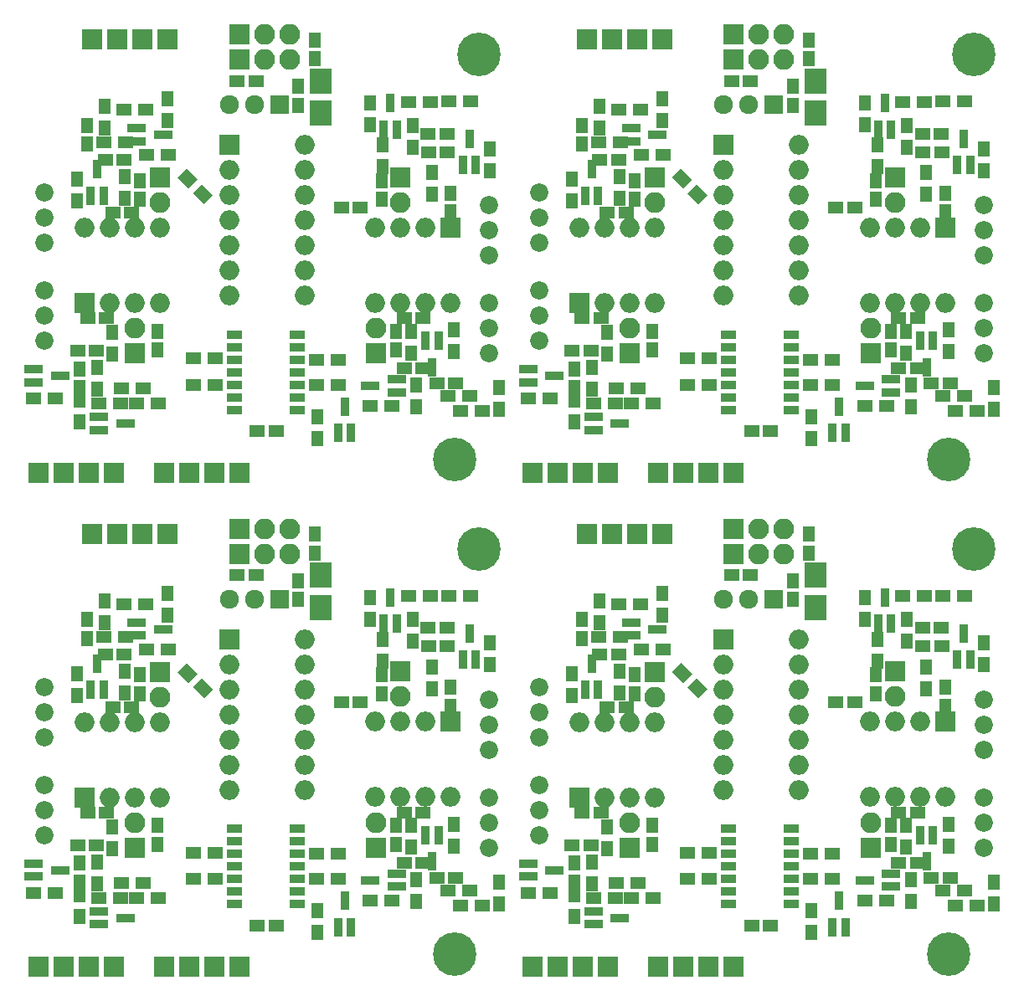
<source format=gbr>
G04 #@! TF.FileFunction,Soldermask,Top*
%FSLAX46Y46*%
G04 Gerber Fmt 4.6, Leading zero omitted, Abs format (unit mm)*
G04 Created by KiCad (PCBNEW 4.0.6) date 07/25/17 21:38:10*
%MOMM*%
%LPD*%
G01*
G04 APERTURE LIST*
%ADD10C,0.100000*%
%ADD11R,2.200000X2.550000*%
%ADD12R,0.850000X1.900000*%
%ADD13R,1.300000X1.600000*%
%ADD14R,1.600000X1.300000*%
%ADD15R,1.600000X1.150000*%
%ADD16R,2.100000X2.100000*%
%ADD17O,2.100000X2.100000*%
%ADD18R,2.000000X2.000000*%
%ADD19O,2.000000X2.000000*%
%ADD20R,1.150000X1.600000*%
%ADD21C,1.840000*%
%ADD22C,4.400000*%
%ADD23R,1.900000X0.850000*%
%ADD24C,1.920000*%
%ADD25R,1.920000X1.920000*%
%ADD26R,1.543000X0.908000*%
G04 APERTURE END LIST*
D10*
D11*
X108340000Y-95357000D03*
X108340000Y-92107000D03*
X58340000Y-95357000D03*
X58340000Y-92107000D03*
X108340000Y-45357000D03*
X108340000Y-42107000D03*
D12*
X114710000Y-97008000D03*
X116010000Y-97008000D03*
X115360000Y-94348000D03*
X64710000Y-97008000D03*
X66010000Y-97008000D03*
X65360000Y-94348000D03*
X114710000Y-47008000D03*
X116010000Y-47008000D03*
X115360000Y-44348000D03*
D13*
X114610000Y-98578000D03*
X114610000Y-100778000D03*
X64610000Y-98578000D03*
X64610000Y-100778000D03*
X114610000Y-48578000D03*
X114610000Y-50778000D03*
X113360000Y-94328000D03*
X113360000Y-96528000D03*
X63360000Y-94328000D03*
X63360000Y-96528000D03*
X113360000Y-44328000D03*
X113360000Y-46528000D03*
X117610000Y-98778000D03*
X117610000Y-96578000D03*
X67610000Y-98778000D03*
X67610000Y-96578000D03*
X117610000Y-48778000D03*
X117610000Y-46578000D03*
D14*
X119392000Y-94212000D03*
X117192000Y-94212000D03*
X69392000Y-94212000D03*
X67192000Y-94212000D03*
X119392000Y-44212000D03*
X117192000Y-44212000D03*
D15*
X121147000Y-99292000D03*
X119247000Y-99292000D03*
X71147000Y-99292000D03*
X69247000Y-99292000D03*
X121147000Y-49292000D03*
X119247000Y-49292000D03*
D16*
X116387000Y-101832000D03*
D17*
X116387000Y-104372000D03*
D16*
X66387000Y-101832000D03*
D17*
X66387000Y-104372000D03*
D16*
X116387000Y-51832000D03*
D17*
X116387000Y-54372000D03*
D18*
X121467000Y-106912000D03*
D19*
X113847000Y-114532000D03*
X118927000Y-106912000D03*
X116387000Y-114532000D03*
X116387000Y-106912000D03*
X118927000Y-114532000D03*
X113847000Y-106912000D03*
X121467000Y-114532000D03*
D18*
X71467000Y-106912000D03*
D19*
X63847000Y-114532000D03*
X68927000Y-106912000D03*
X66387000Y-114532000D03*
X66387000Y-106912000D03*
X68927000Y-114532000D03*
X63847000Y-106912000D03*
X71467000Y-114532000D03*
D18*
X121467000Y-56912000D03*
D19*
X113847000Y-64532000D03*
X118927000Y-56912000D03*
X116387000Y-64532000D03*
X116387000Y-56912000D03*
X118927000Y-64532000D03*
X113847000Y-56912000D03*
X121467000Y-64532000D03*
D13*
X119562000Y-103567000D03*
X119562000Y-101367000D03*
X69562000Y-103567000D03*
X69562000Y-101367000D03*
X119562000Y-53567000D03*
X119562000Y-51367000D03*
D20*
X121467000Y-105322000D03*
X121467000Y-103422000D03*
X71467000Y-105322000D03*
X71467000Y-103422000D03*
X121467000Y-55322000D03*
X121467000Y-53422000D03*
X114482000Y-104052000D03*
X114482000Y-102152000D03*
X64482000Y-104052000D03*
X64482000Y-102152000D03*
X114482000Y-54052000D03*
X114482000Y-52152000D03*
D15*
X110438000Y-104908000D03*
X112338000Y-104908000D03*
X60438000Y-104908000D03*
X62338000Y-104908000D03*
X110438000Y-54908000D03*
X112338000Y-54908000D03*
D21*
X125358000Y-104654000D03*
X125358000Y-107194000D03*
X125358000Y-109734000D03*
X75358000Y-104654000D03*
X75358000Y-107194000D03*
X75358000Y-109734000D03*
X125358000Y-54654000D03*
X125358000Y-57194000D03*
X125358000Y-59734000D03*
D16*
X113928000Y-119640000D03*
D17*
X113928000Y-117100000D03*
D16*
X63928000Y-119640000D03*
D17*
X63928000Y-117100000D03*
D16*
X113928000Y-69640000D03*
D17*
X113928000Y-67100000D03*
D21*
X125358000Y-114560000D03*
X125358000Y-117100000D03*
X125358000Y-119640000D03*
X75358000Y-114560000D03*
X75358000Y-117100000D03*
X75358000Y-119640000D03*
X125358000Y-64560000D03*
X125358000Y-67100000D03*
X125358000Y-69640000D03*
D20*
X115960000Y-117420000D03*
X115960000Y-119320000D03*
X65960000Y-117420000D03*
X65960000Y-119320000D03*
X115960000Y-67420000D03*
X115960000Y-69320000D03*
D12*
X120256000Y-118372000D03*
X118956000Y-118372000D03*
X119606000Y-121032000D03*
X70256000Y-118372000D03*
X68956000Y-118372000D03*
X69606000Y-121032000D03*
X120256000Y-68372000D03*
X118956000Y-68372000D03*
X119606000Y-71032000D03*
D13*
X121802000Y-119470000D03*
X121802000Y-117270000D03*
X71802000Y-119470000D03*
X71802000Y-117270000D03*
X121802000Y-69470000D03*
X121802000Y-67270000D03*
X117484000Y-117397000D03*
X117484000Y-119597000D03*
X67484000Y-117397000D03*
X67484000Y-119597000D03*
X117484000Y-67397000D03*
X117484000Y-69597000D03*
D15*
X118688000Y-121164000D03*
X116788000Y-121164000D03*
X68688000Y-121164000D03*
X66788000Y-121164000D03*
X118688000Y-71164000D03*
X116788000Y-71164000D03*
X118688000Y-116084000D03*
X116788000Y-116084000D03*
X68688000Y-116084000D03*
X66788000Y-116084000D03*
X118688000Y-66084000D03*
X116788000Y-66084000D03*
D13*
X126374000Y-123112000D03*
X126374000Y-125312000D03*
X76374000Y-123112000D03*
X76374000Y-125312000D03*
X126374000Y-73112000D03*
X126374000Y-75312000D03*
D15*
X121990000Y-122688000D03*
X120090000Y-122688000D03*
X71990000Y-122688000D03*
X70090000Y-122688000D03*
X121990000Y-72688000D03*
X120090000Y-72688000D03*
D14*
X123410000Y-123958000D03*
X121210000Y-123958000D03*
X73410000Y-123958000D03*
X71210000Y-123958000D03*
X123410000Y-73958000D03*
X121210000Y-73958000D03*
X124680000Y-125482000D03*
X122480000Y-125482000D03*
X74680000Y-125482000D03*
X72480000Y-125482000D03*
X124680000Y-75482000D03*
X122480000Y-75482000D03*
D22*
X121842000Y-130414000D03*
X71842000Y-130414000D03*
X121842000Y-80414000D03*
D13*
X107959000Y-126033000D03*
X107959000Y-128233000D03*
X57959000Y-126033000D03*
X57959000Y-128233000D03*
X107959000Y-76033000D03*
X107959000Y-78233000D03*
D14*
X107875000Y-120275000D03*
X110075000Y-120275000D03*
X57875000Y-120275000D03*
X60075000Y-120275000D03*
X107875000Y-70275000D03*
X110075000Y-70275000D03*
D12*
X110103000Y-127701000D03*
X111403000Y-127701000D03*
X110753000Y-125041000D03*
X60103000Y-127701000D03*
X61403000Y-127701000D03*
X60753000Y-125041000D03*
X110103000Y-77701000D03*
X111403000Y-77701000D03*
X110753000Y-75041000D03*
D14*
X115536000Y-124974000D03*
X113336000Y-124974000D03*
X65536000Y-124974000D03*
X63336000Y-124974000D03*
X115536000Y-74974000D03*
X113336000Y-74974000D03*
X107875000Y-122815000D03*
X110075000Y-122815000D03*
X57875000Y-122815000D03*
X60075000Y-122815000D03*
X107875000Y-72815000D03*
X110075000Y-72815000D03*
D23*
X116020000Y-123592000D03*
X116020000Y-122292000D03*
X113360000Y-122942000D03*
X66020000Y-123592000D03*
X66020000Y-122292000D03*
X63360000Y-122942000D03*
X116020000Y-73592000D03*
X116020000Y-72292000D03*
X113360000Y-72942000D03*
D13*
X117992000Y-125058000D03*
X117992000Y-122858000D03*
X67992000Y-125058000D03*
X67992000Y-122858000D03*
X117992000Y-75058000D03*
X117992000Y-72858000D03*
D22*
X124342000Y-89414000D03*
X74342000Y-89414000D03*
X124342000Y-39414000D03*
D13*
X125404000Y-98954000D03*
X125404000Y-101154000D03*
X75404000Y-98954000D03*
X75404000Y-101154000D03*
X125404000Y-48954000D03*
X125404000Y-51154000D03*
D12*
X122722000Y-100622000D03*
X124022000Y-100622000D03*
X123372000Y-97962000D03*
X72722000Y-100622000D03*
X74022000Y-100622000D03*
X73372000Y-97962000D03*
X122722000Y-50622000D03*
X124022000Y-50622000D03*
X123372000Y-47962000D03*
D15*
X119201000Y-97415000D03*
X121101000Y-97415000D03*
X69201000Y-97415000D03*
X71101000Y-97415000D03*
X119201000Y-47415000D03*
X121101000Y-47415000D03*
D14*
X123460000Y-94178000D03*
X121260000Y-94178000D03*
X73460000Y-94178000D03*
X71260000Y-94178000D03*
X123460000Y-44178000D03*
X121260000Y-44178000D03*
D18*
X99069000Y-98558000D03*
D19*
X106689000Y-113798000D03*
X99069000Y-101098000D03*
X106689000Y-111258000D03*
X99069000Y-103638000D03*
X106689000Y-108718000D03*
X99069000Y-106178000D03*
X106689000Y-106178000D03*
X99069000Y-108718000D03*
X106689000Y-103638000D03*
X99069000Y-111258000D03*
X106689000Y-101098000D03*
X99069000Y-113798000D03*
X106689000Y-98558000D03*
D18*
X49069000Y-98558000D03*
D19*
X56689000Y-113798000D03*
X49069000Y-101098000D03*
X56689000Y-111258000D03*
X49069000Y-103638000D03*
X56689000Y-108718000D03*
X49069000Y-106178000D03*
X56689000Y-106178000D03*
X49069000Y-108718000D03*
X56689000Y-103638000D03*
X49069000Y-111258000D03*
X56689000Y-101098000D03*
X49069000Y-113798000D03*
X56689000Y-98558000D03*
D18*
X99069000Y-48558000D03*
D19*
X106689000Y-63798000D03*
X99069000Y-51098000D03*
X106689000Y-61258000D03*
X99069000Y-53638000D03*
X106689000Y-58718000D03*
X99069000Y-56178000D03*
X106689000Y-56178000D03*
X99069000Y-58718000D03*
X106689000Y-53638000D03*
X99069000Y-61258000D03*
X106689000Y-51098000D03*
X99069000Y-63798000D03*
X106689000Y-48558000D03*
D10*
G36*
X93836878Y-101865117D02*
X94756117Y-100945878D01*
X95887488Y-102077249D01*
X94968249Y-102996488D01*
X93836878Y-101865117D01*
X93836878Y-101865117D01*
G37*
G36*
X95392512Y-103420751D02*
X96311751Y-102501512D01*
X97443122Y-103632883D01*
X96523883Y-104552122D01*
X95392512Y-103420751D01*
X95392512Y-103420751D01*
G37*
G36*
X43836878Y-101865117D02*
X44756117Y-100945878D01*
X45887488Y-102077249D01*
X44968249Y-102996488D01*
X43836878Y-101865117D01*
X43836878Y-101865117D01*
G37*
G36*
X45392512Y-103420751D02*
X46311751Y-102501512D01*
X47443122Y-103632883D01*
X46523883Y-104552122D01*
X45392512Y-103420751D01*
X45392512Y-103420751D01*
G37*
G36*
X93836878Y-51865117D02*
X94756117Y-50945878D01*
X95887488Y-52077249D01*
X94968249Y-52996488D01*
X93836878Y-51865117D01*
X93836878Y-51865117D01*
G37*
G36*
X95392512Y-53420751D02*
X96311751Y-52501512D01*
X97443122Y-53632883D01*
X96523883Y-54552122D01*
X95392512Y-53420751D01*
X95392512Y-53420751D01*
G37*
D16*
X92084000Y-101860000D03*
D17*
X92084000Y-104400000D03*
D16*
X42084000Y-101860000D03*
D17*
X42084000Y-104400000D03*
D16*
X92084000Y-51860000D03*
D17*
X92084000Y-54400000D03*
D13*
X88528000Y-103976000D03*
X88528000Y-101776000D03*
X38528000Y-103976000D03*
X38528000Y-101776000D03*
X88528000Y-53976000D03*
X88528000Y-51776000D03*
D20*
X90052000Y-104080000D03*
X90052000Y-102180000D03*
X40052000Y-104080000D03*
X40052000Y-102180000D03*
X90052000Y-54080000D03*
X90052000Y-52180000D03*
D15*
X87324000Y-105416000D03*
X89224000Y-105416000D03*
X37324000Y-105416000D03*
X39224000Y-105416000D03*
X87324000Y-55416000D03*
X89224000Y-55416000D03*
D12*
X85084000Y-103698000D03*
X86384000Y-103698000D03*
X85734000Y-101038000D03*
X35084000Y-103698000D03*
X36384000Y-103698000D03*
X35734000Y-101038000D03*
X85084000Y-53698000D03*
X86384000Y-53698000D03*
X85734000Y-51038000D03*
D18*
X84464000Y-114560000D03*
D19*
X92084000Y-106940000D03*
X87004000Y-114560000D03*
X89544000Y-106940000D03*
X89544000Y-114560000D03*
X87004000Y-106940000D03*
X92084000Y-114560000D03*
X84464000Y-106940000D03*
D18*
X34464000Y-114560000D03*
D19*
X42084000Y-106940000D03*
X37004000Y-114560000D03*
X39544000Y-106940000D03*
X39544000Y-114560000D03*
X37004000Y-106940000D03*
X42084000Y-114560000D03*
X34464000Y-106940000D03*
D18*
X84464000Y-64560000D03*
D19*
X92084000Y-56940000D03*
X87004000Y-64560000D03*
X89544000Y-56940000D03*
X89544000Y-64560000D03*
X87004000Y-56940000D03*
X92084000Y-64560000D03*
X84464000Y-56940000D03*
D13*
X83702000Y-102030000D03*
X83702000Y-104230000D03*
X33702000Y-102030000D03*
X33702000Y-104230000D03*
X83702000Y-52030000D03*
X83702000Y-54230000D03*
D21*
X80400000Y-108464000D03*
X80400000Y-105924000D03*
X80400000Y-103384000D03*
X30400000Y-108464000D03*
X30400000Y-105924000D03*
X30400000Y-103384000D03*
X80400000Y-58464000D03*
X80400000Y-55924000D03*
X80400000Y-53384000D03*
D16*
X85226000Y-87890000D03*
X35226000Y-87890000D03*
X85226000Y-37890000D03*
X90306000Y-87890000D03*
X40306000Y-87890000D03*
X90306000Y-37890000D03*
X92846000Y-87890000D03*
X42846000Y-87890000D03*
X92846000Y-37890000D03*
X87766000Y-87890000D03*
X37766000Y-87890000D03*
X87766000Y-37890000D03*
D14*
X90644000Y-95002000D03*
X88444000Y-95002000D03*
X40644000Y-95002000D03*
X38444000Y-95002000D03*
X90644000Y-45002000D03*
X88444000Y-45002000D03*
D13*
X86496000Y-96864000D03*
X86496000Y-94664000D03*
X36496000Y-96864000D03*
X36496000Y-94664000D03*
X86496000Y-46864000D03*
X86496000Y-44664000D03*
D20*
X84718000Y-96592000D03*
X84718000Y-98492000D03*
X34718000Y-96592000D03*
X34718000Y-98492000D03*
X84718000Y-46592000D03*
X84718000Y-48492000D03*
D23*
X89738000Y-96892000D03*
X89738000Y-98192000D03*
X92398000Y-97542000D03*
X39738000Y-96892000D03*
X39738000Y-98192000D03*
X42398000Y-97542000D03*
X89738000Y-46892000D03*
X89738000Y-48192000D03*
X92398000Y-47542000D03*
D13*
X92846000Y-93902000D03*
X92846000Y-96102000D03*
X42846000Y-93902000D03*
X42846000Y-96102000D03*
X92846000Y-43902000D03*
X92846000Y-46102000D03*
D14*
X92930000Y-99574000D03*
X90730000Y-99574000D03*
X42930000Y-99574000D03*
X40730000Y-99574000D03*
X92930000Y-49574000D03*
X90730000Y-49574000D03*
D15*
X86562000Y-100082000D03*
X88462000Y-100082000D03*
X36562000Y-100082000D03*
X38462000Y-100082000D03*
X86562000Y-50082000D03*
X88462000Y-50082000D03*
D14*
X86412000Y-98304000D03*
X88612000Y-98304000D03*
X36412000Y-98304000D03*
X38612000Y-98304000D03*
X86412000Y-48304000D03*
X88612000Y-48304000D03*
D24*
X101609000Y-94494000D03*
X99069000Y-94494000D03*
D25*
X104149000Y-94494000D03*
D24*
X51609000Y-94494000D03*
X49069000Y-94494000D03*
D25*
X54149000Y-94494000D03*
D24*
X101609000Y-44494000D03*
X99069000Y-44494000D03*
D25*
X104149000Y-44494000D03*
D20*
X106054000Y-94555000D03*
X106054000Y-92655000D03*
X56054000Y-94555000D03*
X56054000Y-92655000D03*
X106054000Y-44555000D03*
X106054000Y-42655000D03*
D16*
X100085000Y-89922000D03*
D17*
X102625000Y-89922000D03*
X105165000Y-89922000D03*
D16*
X50085000Y-89922000D03*
D17*
X52625000Y-89922000D03*
X55165000Y-89922000D03*
D16*
X100085000Y-39922000D03*
D17*
X102625000Y-39922000D03*
X105165000Y-39922000D03*
D16*
X100085000Y-87382000D03*
D17*
X102625000Y-87382000D03*
X105165000Y-87382000D03*
D16*
X50085000Y-87382000D03*
D17*
X52625000Y-87382000D03*
X55165000Y-87382000D03*
D16*
X100085000Y-37382000D03*
D17*
X102625000Y-37382000D03*
X105165000Y-37382000D03*
D20*
X107705000Y-89856000D03*
X107705000Y-87956000D03*
X57705000Y-89856000D03*
X57705000Y-87956000D03*
X107705000Y-39856000D03*
X107705000Y-37956000D03*
D15*
X99897000Y-92081000D03*
X101797000Y-92081000D03*
X49897000Y-92081000D03*
X51797000Y-92081000D03*
X99897000Y-42081000D03*
X101797000Y-42081000D03*
D16*
X95005000Y-131705000D03*
X45005000Y-131705000D03*
X95005000Y-81705000D03*
X97545000Y-131705000D03*
X47545000Y-131705000D03*
X97545000Y-81705000D03*
D14*
X97629000Y-122815000D03*
X95429000Y-122815000D03*
X47629000Y-122815000D03*
X45429000Y-122815000D03*
X97629000Y-72815000D03*
X95429000Y-72815000D03*
D15*
X101929000Y-127514000D03*
X103829000Y-127514000D03*
X51929000Y-127514000D03*
X53829000Y-127514000D03*
X101929000Y-77514000D03*
X103829000Y-77514000D03*
D16*
X100085000Y-131705000D03*
X50085000Y-131705000D03*
X100085000Y-81705000D03*
D14*
X97629000Y-120148000D03*
X95429000Y-120148000D03*
X47629000Y-120148000D03*
X45429000Y-120148000D03*
X97629000Y-70148000D03*
X95429000Y-70148000D03*
D26*
X99577000Y-117735000D03*
X99577000Y-119005000D03*
X99577000Y-120275000D03*
X99577000Y-121545000D03*
X99577000Y-122815000D03*
X99577000Y-124085000D03*
X99577000Y-125355000D03*
X105927000Y-125355000D03*
X105927000Y-124085000D03*
X105927000Y-121545000D03*
X105927000Y-120275000D03*
X105927000Y-119005000D03*
X105927000Y-117735000D03*
X105927000Y-122815000D03*
X49577000Y-117735000D03*
X49577000Y-119005000D03*
X49577000Y-120275000D03*
X49577000Y-121545000D03*
X49577000Y-122815000D03*
X49577000Y-124085000D03*
X49577000Y-125355000D03*
X55927000Y-125355000D03*
X55927000Y-124085000D03*
X55927000Y-121545000D03*
X55927000Y-120275000D03*
X55927000Y-119005000D03*
X55927000Y-117735000D03*
X55927000Y-122815000D03*
X99577000Y-67735000D03*
X99577000Y-69005000D03*
X99577000Y-70275000D03*
X99577000Y-71545000D03*
X99577000Y-72815000D03*
X99577000Y-74085000D03*
X99577000Y-75355000D03*
X105927000Y-75355000D03*
X105927000Y-74085000D03*
X105927000Y-71545000D03*
X105927000Y-70275000D03*
X105927000Y-69005000D03*
X105927000Y-67735000D03*
X105927000Y-72815000D03*
D16*
X79765000Y-131705000D03*
X29765000Y-131705000D03*
X79765000Y-81705000D03*
D13*
X83956000Y-126582000D03*
X83956000Y-124382000D03*
X33956000Y-126582000D03*
X33956000Y-124382000D03*
X83956000Y-76582000D03*
X83956000Y-74382000D03*
D14*
X81500000Y-124212000D03*
X79300000Y-124212000D03*
X31500000Y-124212000D03*
X29300000Y-124212000D03*
X81500000Y-74212000D03*
X79300000Y-74212000D03*
X88104000Y-124720000D03*
X85904000Y-124720000D03*
X38104000Y-124720000D03*
X35904000Y-124720000D03*
X88104000Y-74720000D03*
X85904000Y-74720000D03*
D16*
X82305000Y-131705000D03*
X32305000Y-131705000D03*
X82305000Y-81705000D03*
X84845000Y-131705000D03*
X34845000Y-131705000D03*
X84845000Y-81705000D03*
D23*
X79324000Y-121276000D03*
X79324000Y-122576000D03*
X81984000Y-121926000D03*
X29324000Y-121276000D03*
X29324000Y-122576000D03*
X31984000Y-121926000D03*
X79324000Y-71276000D03*
X79324000Y-72576000D03*
X81984000Y-71926000D03*
D16*
X92465000Y-131705000D03*
X42465000Y-131705000D03*
X92465000Y-81705000D03*
D14*
X90390000Y-123196000D03*
X88190000Y-123196000D03*
X40390000Y-123196000D03*
X38190000Y-123196000D03*
X90390000Y-73196000D03*
X88190000Y-73196000D03*
D16*
X87385000Y-131705000D03*
X37385000Y-131705000D03*
X87385000Y-81705000D03*
D23*
X85928000Y-126102000D03*
X85928000Y-127402000D03*
X88588000Y-126752000D03*
X35928000Y-126102000D03*
X35928000Y-127402000D03*
X38588000Y-126752000D03*
X85928000Y-76102000D03*
X85928000Y-77402000D03*
X88588000Y-76752000D03*
D14*
X91914000Y-124720000D03*
X89714000Y-124720000D03*
X41914000Y-124720000D03*
X39714000Y-124720000D03*
X91914000Y-74720000D03*
X89714000Y-74720000D03*
D16*
X89544000Y-119640000D03*
D17*
X89544000Y-117100000D03*
D16*
X39544000Y-119640000D03*
D17*
X39544000Y-117100000D03*
D16*
X89544000Y-69640000D03*
D17*
X89544000Y-67100000D03*
D20*
X91830000Y-117420000D03*
X91830000Y-119320000D03*
X41830000Y-117420000D03*
X41830000Y-119320000D03*
X91830000Y-67420000D03*
X91830000Y-69320000D03*
D21*
X80400000Y-118370000D03*
X80400000Y-115830000D03*
X80400000Y-113290000D03*
X30400000Y-118370000D03*
X30400000Y-115830000D03*
X30400000Y-113290000D03*
X80400000Y-68370000D03*
X80400000Y-65830000D03*
X80400000Y-63290000D03*
D13*
X85734000Y-123280000D03*
X85734000Y-121080000D03*
X35734000Y-123280000D03*
X35734000Y-121080000D03*
X85734000Y-73280000D03*
X85734000Y-71080000D03*
X87258000Y-117524000D03*
X87258000Y-119724000D03*
X37258000Y-117524000D03*
X37258000Y-119724000D03*
X87258000Y-67524000D03*
X87258000Y-69724000D03*
D15*
X83768000Y-119386000D03*
X85668000Y-119386000D03*
X33768000Y-119386000D03*
X35668000Y-119386000D03*
X83768000Y-69386000D03*
X85668000Y-69386000D03*
X84784000Y-116084000D03*
X86684000Y-116084000D03*
X34784000Y-116084000D03*
X36684000Y-116084000D03*
X84784000Y-66084000D03*
X86684000Y-66084000D03*
D20*
X83956000Y-123130000D03*
X83956000Y-121230000D03*
X33956000Y-123130000D03*
X33956000Y-121230000D03*
X83956000Y-73130000D03*
X83956000Y-71230000D03*
D22*
X71842000Y-80414000D03*
D13*
X67992000Y-75058000D03*
X67992000Y-72858000D03*
D26*
X49577000Y-67735000D03*
X49577000Y-69005000D03*
X49577000Y-70275000D03*
X49577000Y-71545000D03*
X49577000Y-72815000D03*
X49577000Y-74085000D03*
X49577000Y-75355000D03*
X55927000Y-75355000D03*
X55927000Y-74085000D03*
X55927000Y-71545000D03*
X55927000Y-70275000D03*
X55927000Y-69005000D03*
X55927000Y-67735000D03*
X55927000Y-72815000D03*
D20*
X41830000Y-67420000D03*
X41830000Y-69320000D03*
X40052000Y-54080000D03*
X40052000Y-52180000D03*
D15*
X60438000Y-54908000D03*
X62338000Y-54908000D03*
X34784000Y-66084000D03*
X36684000Y-66084000D03*
X37324000Y-55416000D03*
X39224000Y-55416000D03*
X51929000Y-77514000D03*
X53829000Y-77514000D03*
X49897000Y-42081000D03*
X51797000Y-42081000D03*
D20*
X57705000Y-39856000D03*
X57705000Y-37956000D03*
D15*
X33768000Y-69386000D03*
X35668000Y-69386000D03*
X36562000Y-50082000D03*
X38462000Y-50082000D03*
D20*
X33956000Y-73130000D03*
X33956000Y-71230000D03*
X34718000Y-46592000D03*
X34718000Y-48492000D03*
X56054000Y-44555000D03*
X56054000Y-42655000D03*
X64482000Y-54052000D03*
X64482000Y-52152000D03*
X65960000Y-67420000D03*
X65960000Y-69320000D03*
X71467000Y-55322000D03*
X71467000Y-53422000D03*
D15*
X68688000Y-66084000D03*
X66788000Y-66084000D03*
X71147000Y-49292000D03*
X69247000Y-49292000D03*
X68688000Y-71164000D03*
X66788000Y-71164000D03*
X69201000Y-47415000D03*
X71101000Y-47415000D03*
X71990000Y-72688000D03*
X70090000Y-72688000D03*
D13*
X37258000Y-67524000D03*
X37258000Y-69724000D03*
X38528000Y-53976000D03*
X38528000Y-51776000D03*
D14*
X31500000Y-74212000D03*
X29300000Y-74212000D03*
D13*
X33702000Y-52030000D03*
X33702000Y-54230000D03*
D14*
X47629000Y-72815000D03*
X45429000Y-72815000D03*
X47629000Y-70148000D03*
X45429000Y-70148000D03*
D10*
G36*
X43836878Y-51865117D02*
X44756117Y-50945878D01*
X45887488Y-52077249D01*
X44968249Y-52996488D01*
X43836878Y-51865117D01*
X43836878Y-51865117D01*
G37*
G36*
X45392512Y-53420751D02*
X46311751Y-52501512D01*
X47443122Y-53632883D01*
X46523883Y-54552122D01*
X45392512Y-53420751D01*
X45392512Y-53420751D01*
G37*
D13*
X33956000Y-76582000D03*
X33956000Y-74382000D03*
X36496000Y-46864000D03*
X36496000Y-44664000D03*
D14*
X38104000Y-74720000D03*
X35904000Y-74720000D03*
D13*
X35734000Y-73280000D03*
X35734000Y-71080000D03*
D14*
X40644000Y-45002000D03*
X38444000Y-45002000D03*
X36412000Y-48304000D03*
X38612000Y-48304000D03*
X41914000Y-74720000D03*
X39714000Y-74720000D03*
D13*
X42846000Y-43902000D03*
X42846000Y-46102000D03*
D14*
X40390000Y-73196000D03*
X38190000Y-73196000D03*
X42930000Y-49574000D03*
X40730000Y-49574000D03*
D13*
X69562000Y-53567000D03*
X69562000Y-51367000D03*
X67484000Y-67397000D03*
X67484000Y-69597000D03*
X75404000Y-48954000D03*
X75404000Y-51154000D03*
X71802000Y-69470000D03*
X71802000Y-67270000D03*
D14*
X57875000Y-70275000D03*
X60075000Y-70275000D03*
X57875000Y-72815000D03*
X60075000Y-72815000D03*
D13*
X67610000Y-48778000D03*
X67610000Y-46578000D03*
D14*
X73410000Y-73958000D03*
X71210000Y-73958000D03*
D13*
X63360000Y-44328000D03*
X63360000Y-46528000D03*
X64610000Y-48578000D03*
X64610000Y-50778000D03*
D14*
X74680000Y-75482000D03*
X72480000Y-75482000D03*
X73460000Y-44178000D03*
X71260000Y-44178000D03*
D13*
X76374000Y-73112000D03*
X76374000Y-75312000D03*
D14*
X69392000Y-44212000D03*
X67192000Y-44212000D03*
X65536000Y-74974000D03*
X63336000Y-74974000D03*
D23*
X29324000Y-71276000D03*
X29324000Y-72576000D03*
X31984000Y-71926000D03*
D12*
X35084000Y-53698000D03*
X36384000Y-53698000D03*
X35734000Y-51038000D03*
D16*
X50085000Y-39922000D03*
D17*
X52625000Y-39922000D03*
X55165000Y-39922000D03*
D16*
X50085000Y-37382000D03*
D17*
X52625000Y-37382000D03*
X55165000Y-37382000D03*
D23*
X66020000Y-73592000D03*
X66020000Y-72292000D03*
X63360000Y-72942000D03*
D12*
X64710000Y-47008000D03*
X66010000Y-47008000D03*
X65360000Y-44348000D03*
X70256000Y-68372000D03*
X68956000Y-68372000D03*
X69606000Y-71032000D03*
X72722000Y-50622000D03*
X74022000Y-50622000D03*
X73372000Y-47962000D03*
D23*
X39738000Y-46892000D03*
X39738000Y-48192000D03*
X42398000Y-47542000D03*
X35928000Y-76102000D03*
X35928000Y-77402000D03*
X38588000Y-76752000D03*
D18*
X71467000Y-56912000D03*
D19*
X63847000Y-64532000D03*
X68927000Y-56912000D03*
X66387000Y-64532000D03*
X66387000Y-56912000D03*
X68927000Y-64532000D03*
X63847000Y-56912000D03*
X71467000Y-64532000D03*
D18*
X34464000Y-64560000D03*
D19*
X42084000Y-56940000D03*
X37004000Y-64560000D03*
X39544000Y-56940000D03*
X39544000Y-64560000D03*
X37004000Y-56940000D03*
X42084000Y-64560000D03*
X34464000Y-56940000D03*
D21*
X75358000Y-64560000D03*
X75358000Y-67100000D03*
X75358000Y-69640000D03*
X75358000Y-54654000D03*
X75358000Y-57194000D03*
X75358000Y-59734000D03*
X30400000Y-58464000D03*
X30400000Y-55924000D03*
X30400000Y-53384000D03*
X30400000Y-68370000D03*
X30400000Y-65830000D03*
X30400000Y-63290000D03*
D16*
X63928000Y-69640000D03*
D17*
X63928000Y-67100000D03*
D16*
X66387000Y-51832000D03*
D17*
X66387000Y-54372000D03*
D16*
X42084000Y-51860000D03*
D17*
X42084000Y-54400000D03*
D16*
X39544000Y-69640000D03*
D17*
X39544000Y-67100000D03*
D16*
X42846000Y-37890000D03*
X40306000Y-37890000D03*
X50085000Y-81705000D03*
X47545000Y-81705000D03*
X37385000Y-81705000D03*
X34845000Y-81705000D03*
X37766000Y-37890000D03*
X35226000Y-37890000D03*
X45005000Y-81705000D03*
X42465000Y-81705000D03*
X32305000Y-81705000D03*
X29765000Y-81705000D03*
D11*
X58340000Y-45357000D03*
X58340000Y-42107000D03*
D18*
X49069000Y-48558000D03*
D19*
X56689000Y-63798000D03*
X49069000Y-51098000D03*
X56689000Y-61258000D03*
X49069000Y-53638000D03*
X56689000Y-58718000D03*
X49069000Y-56178000D03*
X56689000Y-56178000D03*
X49069000Y-58718000D03*
X56689000Y-53638000D03*
X49069000Y-61258000D03*
X56689000Y-51098000D03*
X49069000Y-63798000D03*
X56689000Y-48558000D03*
D24*
X51609000Y-44494000D03*
X49069000Y-44494000D03*
D25*
X54149000Y-44494000D03*
D12*
X60103000Y-77701000D03*
X61403000Y-77701000D03*
X60753000Y-75041000D03*
D13*
X57959000Y-76033000D03*
X57959000Y-78233000D03*
D22*
X74342000Y-39414000D03*
M02*

</source>
